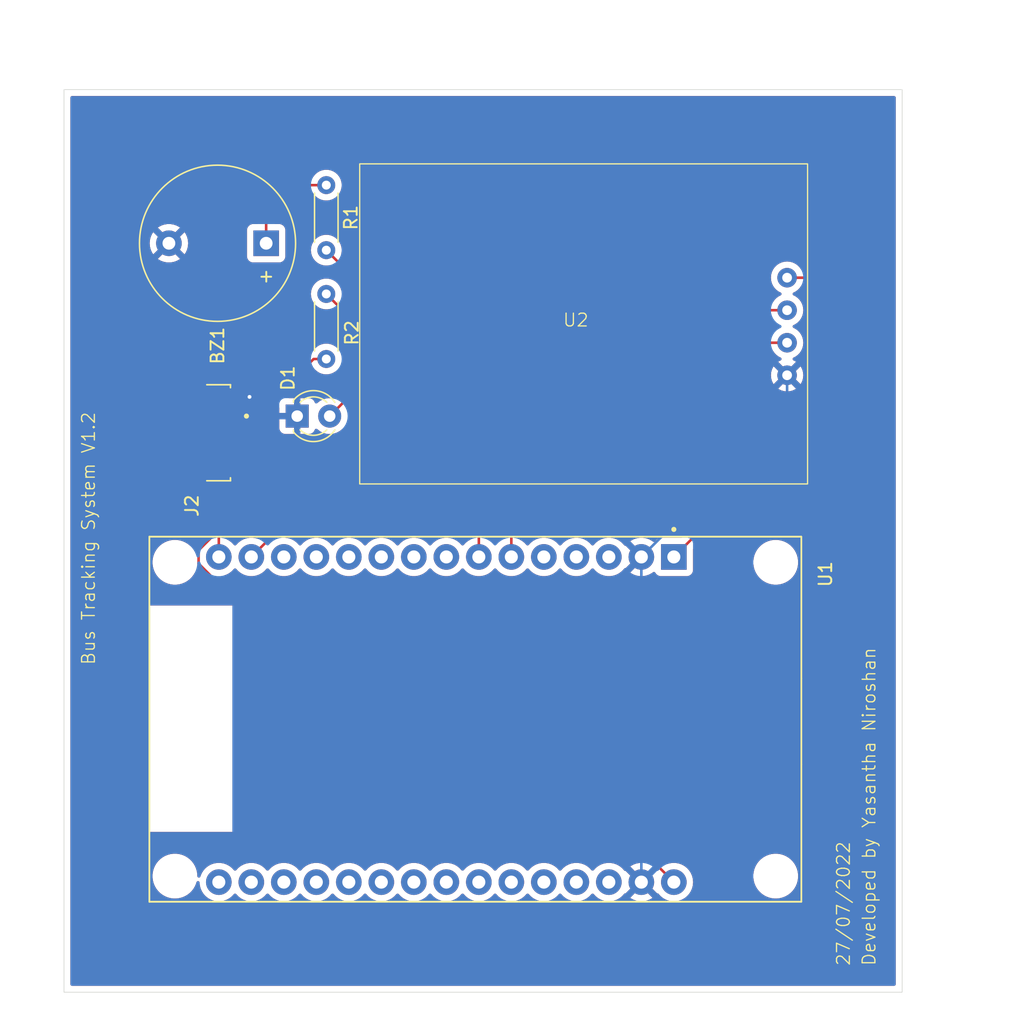
<source format=kicad_pcb>
(kicad_pcb (version 20240108) (generator "pcbnew") (generator_version "8.0")
  (layers (0 "F.Cu" signal) (31 "B.Cu" signal) (36 "B.SilkS" user "B.Silkscreen") (37 "F.SilkS" user "F.Silkscreen") (38 "B.Mask" user) (39 "F.Mask" user) (44 "Edge.Cuts" user))
  (net 0 "")
  (net 1 "Net-(BZ1-+)")
  (net 2 "GND")
  (net 3 "Net-(D1-A)")
  (net 4 "/Buzz")
  (net 5 "/LED_Sig")
  (net 6 "/Tx")
  (net 7 "/Rx")
  (net 8 "+3.3V")
  (net 26 "+5V")
  (footprint "USB_Type_B_Micro:MOLEX_47346-0001" (layer "F.Cu") (at 116.66 79.3 -90)
    (property "Reference" "J2" (at 5.7 0.16 90) (layer "F.SilkS"))
    (property "Value" "47346-0001")
    (fp_line (start -3.75 -2.85) (end -3.75 -1) (stroke (width 0.127)) (layer "F.SilkS"))
    (fp_line (start -3.75 -2.85) (end -3.52 -2.85) (stroke (width 0.127)) (layer "F.SilkS"))
    (fp_line (start 3.75 -2.85) (end 3.75 -1) (stroke (width 0.127)) (layer "F.SilkS"))
    (fp_line (start 3.75 -2.85) (end 3.52 -2.85) (stroke (width 0.127)) (layer "F.SilkS"))
    (fp_circle (center -1.3 -4.1) (end -1.2 -4.1) (stroke (width 0.2)) (fill none) (layer "F.SilkS"))
    (pad "1" smd rect (at -1.3 -2.66 270) (size 0.45 1.38) (layers "F.Cu" "F.Paste" "F.Mask") (net 26 "+5V"))
    (pad "2" smd rect (at -0.65 -2.66 270) (size 0.45 1.38) (layers "F.Cu" "F.Paste" "F.Mask"))
    (pad "3" smd rect (at 0 -2.66 270) (size 0.45 1.38) (layers "F.Cu" "F.Paste" "F.Mask"))
    (pad "4" smd rect (at 0.65 -2.66 270) (size 0.45 1.38) (layers "F.Cu" "F.Paste" "F.Mask"))
    (pad "5" smd rect (at 1.3 -2.66 270) (size 0.45 1.38) (layers "F.Cu" "F.Paste" "F.Mask") (net 2 "GND"))
    (pad "S1" smd rect (at -2.4875 -2.575 270) (size 1.425 1.55) (layers "F.Cu" "F.Paste" "F.Mask"))
    (pad "S2" smd rect (at 2.4875 -2.575 270) (size 1.425 1.55) (layers "F.Cu" "F.Paste" "F.Mask"))
    (pad "S3" smd rect (at -3.375 0 270) (size 1.65 1.3) (layers "F.Cu" "F.Paste" "F.Mask"))
    (pad "S4" smd rect (at -1.15 0 270) (size 1.8 1.9) (layers "F.Cu" "F.Paste" "F.Mask"))
    (pad "S5" smd rect (at 1.55 0 270) (size 1 1.9) (layers "F.Cu" "F.Paste" "F.Mask"))
    (pad "S6" smd rect (at 3.375 0 270) (size 1.65 1.3) (layers "F.Cu" "F.Paste" "F.Mask"))
  )
  (footprint "Neo_6M:NEO_6M_THT" (layer "F.Cu") (at 146.5 71)
    (property "Reference" "U2" (at 0 -0.5 0) (layer "F.SilkS") (effects (font (thickness 0.1))))
    (property "Value" "~")
    (fp_rect (start -16.891 -12.7) (end 18.109 12.3) (stroke (width 0.1)) (fill none) (layer "F.SilkS"))
    (pad "1" thru_hole circle (at 16.51 -3.81) (size 1.524 1.524) (drill 0.762) (layers "*.Cu" "*.Mask") (net 8 "+3.3V"))
    (pad "2" thru_hole circle (at 16.51 -1.27) (size 1.524 1.524) (drill 0.762) (layers "*.Cu" "*.Mask") (net 6 "/Tx"))
    (pad "3" thru_hole circle (at 16.51 1.27) (size 1.524 1.524) (drill 0.762) (layers "*.Cu" "*.Mask") (net 7 "/Rx"))
    (pad "4" thru_hole circle (at 16.51 3.81) (size 1.524 1.524) (drill 0.762) (layers "*.Cu" "*.Mask") (net 2 "GND"))
  )
  (footprint "LED_THT:LED_D3.0mm_Clear" (layer "F.Cu") (at 124.725 78)
    (property "Reference" "D1" (at -0.725 -2.96 90) (layer "F.SilkS"))
    (property "Value" "LED")
    (fp_line (start -0.29 -1.236) (end -0.29 -1.08) (stroke (width 0.12)) (layer "F.SilkS"))
    (fp_line (start -0.29 1.08) (end -0.29 1.236) (stroke (width 0.12)) (layer "F.SilkS"))
    (fp_arc (start -0.29 -1.235516) (mid 1.366487 -1.987659) (end 2.942335 -1.078608) (stroke (width 0.12)) (layer "F.SilkS"))
    (fp_arc (start 0.229039 -1.08) (mid 1.270117 -1.5) (end 2.31113 -1.079837) (stroke (width 0.12)) (layer "F.SilkS"))
    (fp_arc (start 2.31113 1.079837) (mid 1.270117 1.5) (end 0.229039 1.08) (stroke (width 0.12)) (layer "F.SilkS"))
    (fp_arc (start 2.942335 1.078608) (mid 1.366487 1.987659) (end -0.29 1.235516) (stroke (width 0.12)) (layer "F.SilkS"))
    (pad "1" thru_hole rect (at 0 0) (size 1.8 1.8) (drill 0.9) (layers "*.Cu" "*.Mask") (net 2 "GND"))
    (pad "2" thru_hole circle (at 2.54 0) (size 1.8 1.8) (drill 0.9) (layers "*.Cu" "*.Mask") (net 3 "Net-(D1-A)"))
  )
  (footprint "Buzzer_Beeper:Buzzer_12x9.5RM7.6" (layer "F.Cu") (at 122.3 64.5 180)
    (property "Reference" "BZ1" (at 3.8 -8 90) (layer "F.SilkS"))
    (property "Value" "Buzzer")
    (fp_circle (center 3.8 0) (end 9.9 0) (stroke (width 0.12)) (fill none) (layer "F.SilkS"))
    (fp_text user "+" (at -0.01 -2.54 360) (layer "F.SilkS"))
    (pad "1" thru_hole rect (at 0 0 180) (size 2 2) (drill 1) (layers "*.Cu" "*.Mask") (net 1 "Net-(BZ1-+)"))
    (pad "2" thru_hole circle (at 7.6 0 180) (size 2 2) (drill 1) (layers "*.Cu" "*.Mask") (net 2 "GND"))
  )
  (footprint "KiCadLibraries:MODULE_ESP32_DEVKIT_V1" (layer "F.Cu") (at 138.645 101.7 -90)
    (property "Reference" "U1" (at -11.355 -27.36 90) (layer "F.SilkS"))
    (property "Value" "ESP32-DEVKIT-V1")
    (fp_line (start -14.28 25.475) (end -8.91 25.475) (stroke (width 0.127)) (layer "F.SilkS"))
    (fp_line (start -14.28 25.475) (end -14.28 -25.475) (stroke (width 0.127)) (layer "F.SilkS"))
    (fp_line (start -14.28 25.475) (end -14.28 -25.475) (stroke (width 0.127)) (layer "F.SilkS"))
    (fp_line (start -8.91 25.475) (end 8.78 25.475) (stroke (width 0.127)) (layer "F.SilkS"))
    (fp_line (start 8.78 25.475) (end 14.23 25.475) (stroke (width 0.127)) (layer "F.SilkS"))
    (fp_line (start 14.23 25.475) (end -14.28 25.475) (stroke (width 0.127)) (layer "F.SilkS"))
    (fp_line (start -14.28 -25.475) (end -3.211 -25.475) (stroke (width 0.127)) (layer "F.SilkS"))
    (fp_line (start -14.28 -25.475) (end 14.23 -25.475) (stroke (width 0.127)) (layer "F.SilkS"))
    (fp_line (start -3.211 -25.475) (end 3.5 -25.475) (stroke (width 0.127)) (layer "F.SilkS"))
    (fp_line (start 3.5 -25.475) (end 14.23 -25.475) (stroke (width 0.127)) (layer "F.SilkS"))
    (fp_line (start 14.23 -25.475) (end 14.23 25.475) (stroke (width 0.127)) (layer "F.SilkS"))
    (fp_line (start 14.23 -25.475) (end 14.23 25.475) (stroke (width 0.127)) (layer "F.SilkS"))
    (fp_circle (center -14.85 -15.515) (end -14.75 -15.515) (stroke (width 0.2)) (fill none) (layer "F.SilkS"))
    (pad "" np_thru_hole circle (at -12.28 -23.475 270) (size 3 3) (drill 3) (layers "*.Cu" "*.Mask"))
    (pad "" np_thru_hole circle (at -12.28 23.475 270) (size 3 3) (drill 3) (layers "*.Cu" "*.Mask"))
    (pad "" np_thru_hole circle (at 12.23 -23.475 270) (size 3 3) (drill 3) (layers "*.Cu" "*.Mask"))
    (pad "" np_thru_hole circle (at 12.23 23.475 270) (size 3 3) (drill 3) (layers "*.Cu" "*.Mask"))
    (pad "1" thru_hole rect (at -12.7 -15.515 270) (size 2 2) (drill 1.02) (layers "*.Cu" "*.Mask") (net 8 "+3.3V"))
    (pad "2" thru_hole circle (at -12.7 -12.975 270) (size 2 2) (drill 1.02) (layers "*.Cu" "*.Mask") (net 2 "GND"))
    (pad "3" thru_hole circle (at -12.7 -10.435 270) (size 2 2) (drill 1.02) (layers "*.Cu" "*.Mask"))
    (pad "4" thru_hole circle (at -12.7 -7.895 270) (size 2 2) (drill 1.02) (layers "*.Cu" "*.Mask"))
    (pad "5" thru_hole circle (at -12.7 -5.355 270) (size 2 2) (drill 1.02) (layers "*.Cu" "*.Mask"))
    (pad "6" thru_hole circle (at -12.7 -2.815 270) (size 2 2) (drill 1.02) (layers "*.Cu" "*.Mask") (net 7 "/Rx"))
    (pad "7" thru_hole circle (at -12.7 -0.275 270) (size 2 2) (drill 1.02) (layers "*.Cu" "*.Mask") (net 6 "/Tx"))
    (pad "8" thru_hole circle (at -12.7 2.265 270) (size 2 2) (drill 1.02) (layers "*.Cu" "*.Mask"))
    (pad "9" thru_hole circle (at -12.7 4.805 270) (size 2 2) (drill 1.02) (layers "*.Cu" "*.Mask"))
    (pad "10" thru_hole circle (at -12.7 7.345 270) (size 2 2) (drill 1.02) (layers "*.Cu" "*.Mask"))
    (pad "11" thru_hole circle (at -12.7 9.885 270) (size 2 2) (drill 1.02) (layers "*.Cu" "*.Mask"))
    (pad "12" thru_hole circle (at -12.7 12.425 270) (size 2 2) (drill 1.02) (layers "*.Cu" "*.Mask"))
    (pad "13" thru_hole circle (at -12.7 14.965 270) (size 2 2) (drill 1.02) (layers "*.Cu" "*.Mask"))
    (pad "14" thru_hole circle (at -12.7 17.505 270) (size 2 2) (drill 1.02) (layers "*.Cu" "*.Mask") (net 4 "/Buzz"))
    (pad "15" thru_hole circle (at -12.7 20.045 270) (size 2 2) (drill 1.02) (layers "*.Cu" "*.Mask") (net 5 "/LED_Sig"))
    (pad "16" thru_hole circle (at 12.7 20.045 270) (size 2 2) (drill 1.02) (layers "*.Cu" "*.Mask"))
    (pad "17" thru_hole circle (at 12.7 17.505 270) (size 2 2) (drill 1.02) (layers "*.Cu" "*.Mask"))
    (pad "18" thru_hole circle (at 12.7 14.965 270) (size 2 2) (drill 1.02) (layers "*.Cu" "*.Mask"))
    (pad "19" thru_hole circle (at 12.7 12.425 270) (size 2 2) (drill 1.02) (layers "*.Cu" "*.Mask"))
    (pad "20" thru_hole circle (at 12.7 9.885 270) (size 2 2) (drill 1.02) (layers "*.Cu" "*.Mask"))
    (pad "21" thru_hole circle (at 12.7 7.345 270) (size 2 2) (drill 1.02) (layers "*.Cu" "*.Mask"))
    (pad "22" thru_hole circle (at 12.7 4.805 270) (size 2 2) (drill 1.02) (layers "*.Cu" "*.Mask"))
    (pad "23" thru_hole circle (at 12.7 2.265 270) (size 2 2) (drill 1.02) (layers "*.Cu" "*.Mask"))
    (pad "24" thru_hole circle (at 12.7 -0.275 270) (size 2 2) (drill 1.02) (layers "*.Cu" "*.Mask"))
    (pad "25" thru_hole circle (at 12.7 -2.815 270) (size 2 2) (drill 1.02) (layers "*.Cu" "*.Mask"))
    (pad "26" thru_hole circle (at 12.7 -5.355 270) (size 2 2) (drill 1.02) (layers "*.Cu" "*.Mask"))
    (pad "27" thru_hole circle (at 12.7 -7.895 270) (size 2 2) (drill 1.02) (layers "*.Cu" "*.Mask"))
    (pad "28" thru_hole circle (at 12.7 -10.435 270) (size 2 2) (drill 1.02) (layers "*.Cu" "*.Mask"))
    (pad "29" thru_hole circle (at 12.7 -12.975 270) (size 2 2) (drill 1.02) (layers "*.Cu" "*.Mask") (net 2 "GND"))
    (pad "30" thru_hole circle (at 12.7 -15.515 270) (size 2 2) (drill 1.02) (layers "*.Cu" "*.Mask") (net 26 "+5V"))
    (zone (net 0) (net_name "") (layer "F.Cu") (connect_pads (clearance 0)) (min_thickness 0.01)
      (keepout (tracks not_allowed) (vias not_allowed) (pads not_allowed) (copperpour not_allowed) (footprints allowed))
      (fill (thermal_gap 0.508) (thermal_bridge_width 0.508))
      (polygon (pts (xy 119.66 92.79) (xy 119.66 110.48) (xy 113.17 110.48) (xy 113.17 92.79)))
    )
    (zone (net 0) (net_name "") (layer "B.Cu") (connect_pads (clearance 0)) (min_thickness 0.01)
      (keepout (tracks not_allowed) (vias not_allowed) (pads not_allowed) (copperpour not_allowed) (footprints allowed))
      (fill (thermal_gap 0.508) (thermal_bridge_width 0.508))
      (polygon (pts (xy 119.66 92.79) (xy 119.66 110.48) (xy 113.17 110.48) (xy 113.17 92.79)))
    )
  )
  (footprint "Resistor_THT:R_Axial_DIN0204_L3.6mm_D1.6mm_P5.08mm_Horizontal" (layer "F.Cu") (at 127 59.96 -90)
    (property "Reference" "R1" (at 2.54 -1.92 90) (layer "F.SilkS"))
    (property "Value" "1k")
    (fp_line (start 0.62 0.92) (end 4.46 0.92) (stroke (width 0.12)) (layer "F.SilkS"))
    (fp_line (start 0.62 -0.92) (end 4.46 -0.92) (stroke (width 0.12)) (layer "F.SilkS"))
    (pad "1" thru_hole circle (at 0 0 270) (size 1.4 1.4) (drill 0.7) (layers "*.Cu" "*.Mask") (net 1 "Net-(BZ1-+)"))
    (pad "2" thru_hole oval (at 5.08 0 270) (size 1.4 1.4) (drill 0.7) (layers "*.Cu" "*.Mask") (net 4 "/Buzz"))
  )
  (footprint "Resistor_THT:R_Axial_DIN0204_L3.6mm_D1.6mm_P5.08mm_Horizontal" (layer "F.Cu") (at 127 73.54 90)
    (property "Reference" "R2" (at 2.04 2 90) (layer "F.SilkS"))
    (property "Value" "1k")
    (fp_line (start 0.62 -0.92) (end 4.46 -0.92) (stroke (width 0.12)) (layer "F.SilkS"))
    (fp_line (start 0.62 0.92) (end 4.46 0.92) (stroke (width 0.12)) (layer "F.SilkS"))
    (pad "1" thru_hole circle (at 0 0 90) (size 1.4 1.4) (drill 0.7) (layers "*.Cu" "*.Mask") (net 5 "/LED_Sig"))
    (pad "2" thru_hole oval (at 5.08 0 90) (size 1.4 1.4) (drill 0.7) (layers "*.Cu" "*.Mask") (net 3 "Net-(D1-A)"))
  )
  (gr_rect (start 106.5 52.5) (end 172 123) (stroke (width 0.05)) (fill none) (layer "Edge.Cuts"))
  (gr_text "Developed by Yasantha Niroshan" (at 170 121 90) (layer "F.SilkS") (effects (font (size 1 1) (thickness 0.1)) (justify left bottom)))
  (gr_text "27/07/2022\n" (at 168 121 90) (layer "F.SilkS") (effects (font (size 1 1) (thickness 0.1)) (justify left bottom)))
  (gr_text "Bus Tracking System V1.2\n" (at 109 97.5 90) (layer "F.SilkS") (effects (font (size 1 1) (thickness 0.1)) (justify left bottom)))
  (segment (start 127 59.96) (end 124.54 59.96) (width 0.2) (layer "F.Cu") (net 1))
  (segment (start 124.54 59.96) (end 122.3 62.2) (width 0.2) (layer "F.Cu") (net 1))
  (segment (start 122.3 62.2) (end 122.3 64.5) (width 0.2) (layer "F.Cu") (net 1))
  (segment (start 121 76.5) (end 120.31 77.19) (width 0.2) (layer "F.Cu") (net 2))
  (segment (start 120.31 80.5) (end 120.21 80.6) (width 0.2) (layer "F.Cu") (net 2))
  (segment (start 120.31 77.19) (end 120.31 80.5) (width 0.2) (layer "F.Cu") (net 2))
  (segment (start 120.21 80.6) (end 119.32 80.6) (width 0.2) (layer "F.Cu") (net 2))
  (via (at 121 76.5) (size 0.6) (drill 0.3) (layers "F.Cu" "B.Cu") (net 2))
  (segment (start 122 77) (end 121.5 76.5) (width 0.2) (layer "B.Cu") (net 2))
  (segment (start 122 71.8) (end 122 77) (width 0.2) (layer "B.Cu") (net 2))
  (segment (start 124.725 78) (end 124.725 81.225) (width 0.2) (layer "B.Cu") (net 2))
  (segment (start 114.7 64.5) (end 122 71.8) (width 0.2) (layer "B.Cu") (net 2))
  (segment (start 163.01 74.81) (end 163.01 77.61) (width 0.2) (layer "B.Cu") (net 2))
  (segment (start 122 77) (end 123 78) (width 0.2) (layer "B.Cu") (net 2))
  (segment (start 121.5 76.5) (end 121 76.5) (width 0.2) (layer "B.Cu") (net 2))
  (segment (start 163.01 77.61) (end 151.62 89) (width 0.2) (layer "B.Cu") (net 2))
  (segment (start 124.725 78) (end 123.5 78) (width 0.2) (layer "B.Cu") (net 2))
  (segment (start 151.62 89) (end 151.62 114.4) (width 0.2) (layer "B.Cu") (net 2))
  (segment (start 124.725 81.225) (end 129.5 86) (width 0.2) (layer "B.Cu") (net 2))
  (segment (start 129.5 86) (end 148.62 86) (width 0.2) (layer "B.Cu") (net 2))
  (segment (start 148.62 86) (end 151.62 89) (width 0.2) (layer "B.Cu") (net 2))
  (segment (start 123 78) (end 124.725 78) (width 0.2) (layer "B.Cu") (net 2))
  (segment (start 128.5 76.765) (end 128.5 69.96) (width 0.2) (layer "F.Cu") (net 3))
  (segment (start 128.5 69.96) (end 127 68.46) (width 0.2) (layer "F.Cu") (net 3))
  (segment (start 127.265 78) (end 128.5 76.765) (width 0.2) (layer "F.Cu") (net 3))
  (segment (start 125.64 84.5) (end 121.14 89) (width 0.2) (layer "F.Cu") (net 4))
  (segment (start 129 67.04) (end 129 84) (width 0.2) (layer "F.Cu") (net 4))
  (segment (start 128.5 84.5) (end 125.64 84.5) (width 0.2) (layer "F.Cu") (net 4))
  (segment (start 129 84) (end 128.5 84.5) (width 0.2) (layer "F.Cu") (net 4))
  (segment (start 127 65.04) (end 129 67.04) (width 0.2) (layer "F.Cu") (net 4))
  (segment (start 121 78.550051) (end 121 84.5) (width 0.2) (layer "F.Cu") (net 5))
  (segment (start 118.6 86.9) (end 118.6 89) (width 0.2) (layer "F.Cu") (net 5))
  (segment (start 127 73.54) (end 126.010051 73.54) (width 0.2) (layer "F.Cu") (net 5))
  (segment (start 121 84.5) (end 118.6 86.9) (width 0.2) (layer "F.Cu") (net 5))
  (segment (start 126.010051 73.54) (end 121 78.550051) (width 0.2) (layer "F.Cu") (net 5))
  (segment (start 146.5 83.5) (end 160.27 69.73) (width 0.2) (layer "F.Cu") (net 6))
  (segment (start 160.27 69.73) (end 163.01 69.73) (width 0.2) (layer "F.Cu") (net 6))
  (segment (start 138.92 89) (end 138.92 86.58) (width 0.2) (layer "F.Cu") (net 6))
  (segment (start 142 83.5) (end 146.5 83.5) (width 0.2) (layer "F.Cu") (net 6))
  (segment (start 138.92 86.58) (end 142 83.5) (width 0.2) (layer "F.Cu") (net 6))
  (segment (start 163.01 72.27) (end 159.73 72.27) (width 0.2) (layer "F.Cu") (net 7))
  (segment (start 147.5 84.5) (end 143.5 84.5) (width 0.2) (layer "F.Cu") (net 7))
  (segment (start 143.5 84.5) (end 141.46 86.54) (width 0.2) (layer "F.Cu") (net 7))
  (segment (start 141.46 86.54) (end 141.46 89) (width 0.2) (layer "F.Cu") (net 7))
  (segment (start 159.73 72.27) (end 147.5 84.5) (width 0.2) (layer "F.Cu") (net 7))
  (segment (start 169 69) (end 167.19 67.19) (width 0.2) (layer "F.Cu") (net 8))
  (segment (start 169 86.5) (end 169 69) (width 0.2) (layer "F.Cu") (net 8))
  (segment (start 167.19 67.19) (end 163.01 67.19) (width 0.2) (layer "F.Cu") (net 8))
  (segment (start 154.16 89) (end 156.66 86.5) (width 0.2) (layer "F.Cu") (net 8))
  (segment (start 156.66 86.5) (end 169 86.5) (width 0.2) (layer "F.Cu") (net 8))
  (segment (start 119 91.5) (end 131.26 91.5) (width 0.2) (layer "F.Cu") (net 26))
  (segment (start 131.26 91.5) (end 154.16 114.4) (width 0.2) (layer "F.Cu") (net 26))
  (segment (start 117.02 88.48) (end 117.02 89.52) (width 0.2) (layer "F.Cu") (net 26))
  (segment (start 117.02 89.52) (end 119 91.5) (width 0.2) (layer "F.Cu") (net 26))
  (segment (start 117.91 87.59) (end 117.02 88.48) (width 0.2) (layer "F.Cu") (net 26))
  (segment (start 118.43 78) (end 117.91 78.52) (width 0.2) (layer "F.Cu") (net 26))
  (segment (start 117.91 78.52) (end 117.91 87.59) (width 0.2) (layer "F.Cu") (net 26))
  (segment (start 119.32 78) (end 118.43 78) (width 0.2) (layer "F.Cu") (net 26))
  (zone (net 2) (net_name "GND") (layers "F&B.Cu") (connect_pads (clearance 0.5)) (min_thickness 0.25) (fill yes (thermal_gap 0.5) (thermal_bridge_width 0.5))
    (polygon (pts (xy 105 45.5) (xy 181 46) (xy 180.5 123.5) (xy 101.5 125.5) (xy 103.5 45.5)))
  )
)
</source>
